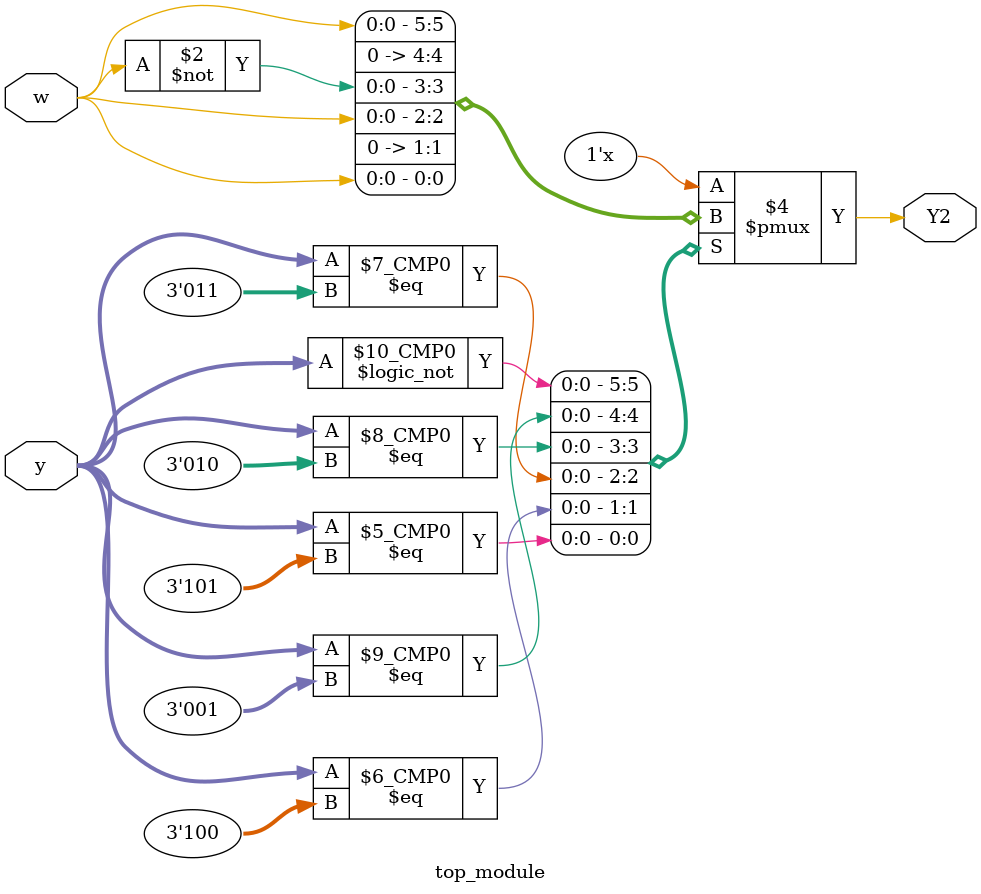
<source format=sv>
module top_module(
    input [3:1] y,
    input w,
    output reg Y2
);

always @(*) begin
    case (y)
        3'b000: Y2 = w;
        3'b001: Y2 = 1'b0;
        3'b010: Y2 = ~w;
        3'b011: Y2 = w;
        3'b100: Y2 = 1'b0;
        3'b101: Y2 = w;
        default: Y2 = 1'bx;
    endcase
end

endmodule

</source>
